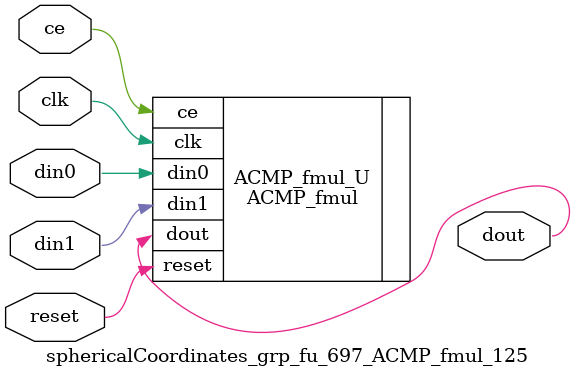
<source format=v>

`timescale 1 ns / 1 ps
module sphericalCoordinates_grp_fu_697_ACMP_fmul_125(
    clk,
    reset,
    ce,
    din0,
    din1,
    dout);

parameter ID = 32'd1;
parameter NUM_STAGE = 32'd1;
parameter din0_WIDTH = 32'd1;
parameter din1_WIDTH = 32'd1;
parameter dout_WIDTH = 32'd1;
input clk;
input reset;
input ce;
input[din0_WIDTH - 1:0] din0;
input[din1_WIDTH - 1:0] din1;
output[dout_WIDTH - 1:0] dout;



ACMP_fmul #(
.ID( ID ),
.NUM_STAGE( 4 ),
.din0_WIDTH( din0_WIDTH ),
.din1_WIDTH( din1_WIDTH ),
.dout_WIDTH( dout_WIDTH ))
ACMP_fmul_U(
    .clk( clk ),
    .reset( reset ),
    .ce( ce ),
    .din0( din0 ),
    .din1( din1 ),
    .dout( dout ));

endmodule

</source>
